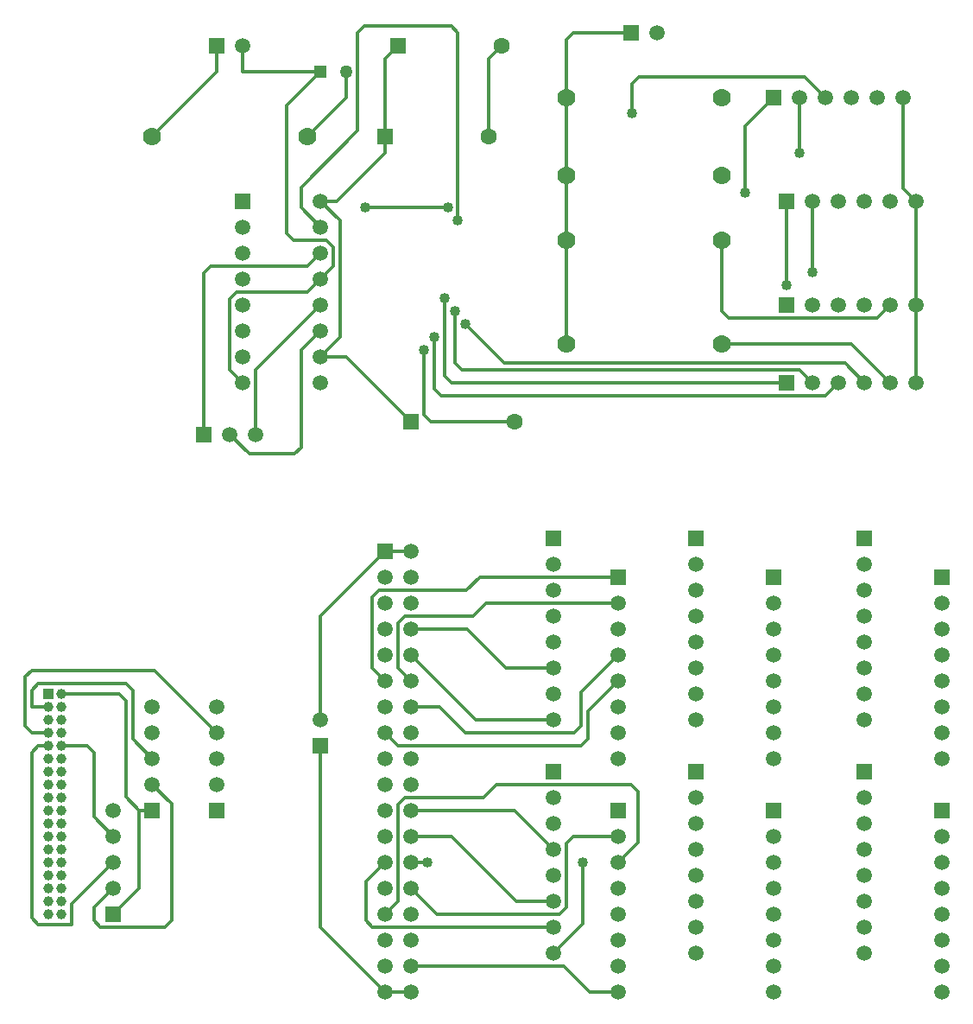
<source format=gbr>
G04 DipTrace 2.4.0.2*
%INBottom.gbr*%
%MOIN*%
%ADD13C,0.013*%
%ADD14C,0.063*%
%ADD15R,0.063X0.063*%
%ADD16R,0.0591X0.0591*%
%ADD17C,0.0591*%
%ADD18C,0.07*%
%ADD19C,0.07*%
%ADD21C,0.05*%
%ADD22R,0.05X0.05*%
%ADD23R,0.0394X0.0394*%
%ADD24C,0.0394*%
%ADD25C,0.04*%
%FSLAX44Y44*%
G04*
G70*
G90*
G75*
G01*
%LNBottom*%
%LPD*%
X6440Y17440D2*
D13*
X8670D1*
X8930Y17180D1*
Y13460D1*
X9450Y12940D1*
Y9950D1*
X8440Y8940D1*
X9450Y12940D2*
X9940D1*
X25440Y11440D2*
X23940Y12940D1*
X19940D1*
X25440Y9440D2*
X24019D1*
X21519Y11940D1*
X19940D1*
X25440Y8440D2*
X18450D1*
X18190Y8700D1*
Y10190D1*
X18940Y10940D1*
X25440Y7440D2*
X26585Y8585D1*
Y10940D1*
X20565D2*
X19940D1*
X27940Y11940D2*
X26190D1*
X25930Y11680D1*
Y9190D1*
X25670Y8930D1*
X20950D1*
X19940Y9940D1*
X27940Y10940D2*
X28690Y11690D1*
Y13670D1*
X28430Y13930D1*
X23220D1*
X22720Y13430D1*
X19690D1*
X19430Y13170D1*
Y9430D1*
X18940Y8940D1*
X27940Y5940D2*
X26825D1*
X25825Y6940D1*
X19940D1*
X12440Y42440D2*
Y41440D1*
X9940Y38940D1*
X19940Y27940D2*
X17440Y30440D1*
X16440D1*
X18940Y38940D2*
Y41940D1*
X19440Y42440D1*
X16440Y36440D2*
X17060D1*
X18940Y38320D1*
Y38940D1*
X16440Y30440D2*
X17190Y31190D1*
Y35690D1*
X16440Y36440D1*
X13440Y29440D2*
X12950Y29930D1*
Y32670D1*
X13210Y32930D1*
X15930D1*
X16440Y33440D1*
X20450Y30690D2*
Y28200D1*
X20710Y27940D1*
X23940D1*
X23440Y42440D2*
X22940Y41940D1*
Y38940D1*
X16440Y41440D2*
X13440D1*
Y42440D1*
X16440Y33440D2*
X16930Y33930D1*
Y34670D1*
X16670Y34930D1*
X15395D1*
X15135Y35190D1*
Y40135D1*
X16440Y41440D1*
X21747Y35690D2*
Y42950D1*
X21488Y43210D1*
X18145D1*
X17885Y42950D1*
Y39179D1*
X15690Y36984D1*
Y36190D1*
X16440Y35440D1*
X18170Y36190D2*
X21353D1*
X11940Y27440D2*
Y33670D1*
X12200Y33930D1*
X15930D1*
X16440Y34440D1*
Y31440D2*
X15690Y30690D1*
Y26950D1*
X15430Y26690D1*
X13690D1*
X12940Y27440D1*
X16440Y32440D2*
X13940Y29940D1*
Y27440D1*
X32825Y36760D2*
Y39325D1*
X33940Y40440D1*
X34940Y38295D2*
Y40440D1*
X35940D2*
X35135Y41245D1*
X28728D1*
X28468Y40985D1*
Y39845D1*
X34440Y33190D2*
Y36440D1*
X35440Y33690D2*
Y36440D1*
X21240Y32690D2*
Y29700D1*
X21499Y29440D1*
X34440D1*
X21634Y32190D2*
Y30190D1*
X21894Y29930D1*
X34950D1*
X35440Y29440D1*
X20845Y31190D2*
Y29210D1*
X21105Y28950D1*
X35950D1*
X36440Y29440D1*
X22029Y31690D2*
X23529Y30190D1*
X36690D1*
X37440Y29440D1*
X38940Y40440D2*
Y36940D1*
X39440Y36440D1*
Y32440D2*
Y29440D1*
Y36440D2*
Y32440D1*
X31940Y30940D2*
X36940D1*
X38440Y29440D1*
X31940Y34940D2*
Y32210D1*
X32200Y31950D1*
X37950D1*
X38440Y32440D1*
X25940Y30940D2*
Y34940D1*
Y40440D2*
Y42680D1*
X26200Y42940D1*
X28440D1*
X25940Y37440D2*
Y40440D1*
Y34940D2*
Y37440D1*
X15940Y38940D2*
X17440Y40440D1*
Y41440D1*
X9940Y14940D2*
X9190Y15690D1*
Y17572D1*
X8930Y17832D1*
X5548D1*
X5288Y17572D1*
Y16940D1*
X5940D1*
X9940Y13940D2*
X10690Y13190D1*
Y8710D1*
X10430Y8450D1*
X7950D1*
X7690Y8710D1*
Y9190D1*
X8440Y9940D1*
X12440Y15940D2*
X10029Y18351D1*
X5288D1*
X5029Y18092D1*
Y16200D1*
X5288Y15940D1*
X5940D1*
X8440Y10940D2*
X6832Y9332D1*
Y8548D1*
X5548D1*
X5288Y8808D1*
Y15180D1*
X5548Y15440D1*
X5940D1*
X6440D2*
X7430D1*
X7690Y15180D1*
Y12690D1*
X8440Y11940D1*
X19940Y22940D2*
X18940D1*
X16440Y20440D1*
Y16440D1*
X19940Y5940D2*
X18940D1*
X16440Y8440D1*
Y15440D1*
X25440Y18440D2*
X23600D1*
X22100Y19940D1*
X19940D1*
X25440Y16440D2*
X22440D1*
X19940Y18940D1*
X27940Y21940D2*
X22591D1*
X22081Y21430D1*
X18710D1*
X18450Y21170D1*
Y18430D1*
X18940Y17940D1*
X27940Y20940D2*
X22845D1*
X22336Y20430D1*
X19690D1*
X19430Y20170D1*
Y18450D1*
X19940Y17940D1*
X27940Y18940D2*
X26504Y17504D1*
Y16210D1*
X26244Y15950D1*
X22022D1*
X21032Y16940D1*
X19940D1*
X27940Y17940D2*
X26764Y16764D1*
Y15690D1*
X26504Y15430D1*
X19450D1*
X18940Y15940D1*
D25*
X20450Y30690D3*
X21747Y35690D3*
X21353Y36190D3*
X18170D3*
X32825Y36760D3*
X34940Y38295D3*
X28468Y39845D3*
X34440Y33190D3*
X35440Y33690D3*
X21240Y32690D3*
X21634Y32190D3*
X20845Y31190D3*
X22029Y31690D3*
X26585Y10940D3*
X20565D3*
D14*
X23440Y42440D3*
D15*
X19440D3*
D14*
X22940Y38940D3*
D15*
X18940D3*
D14*
X23940Y27940D3*
D15*
X19940D3*
D16*
X11940Y27440D3*
D17*
X12940D3*
X13940D3*
D16*
X12440Y42440D3*
D17*
X13440D3*
D16*
X33940Y40440D3*
D17*
X34940D3*
X35940D3*
X36940D3*
X37940D3*
X38940D3*
D16*
X34440Y36440D3*
D17*
X35440D3*
X36440D3*
X37440D3*
X38440D3*
X39440D3*
D16*
X34440Y32440D3*
D17*
X35440D3*
X36440D3*
X37440D3*
X38440D3*
X39440D3*
D16*
X34440Y29440D3*
D17*
X35440D3*
X36440D3*
X37440D3*
X38440D3*
X39440D3*
D16*
X28440Y42940D3*
D17*
X29440D3*
D18*
X31940Y40440D3*
D19*
X25940D3*
D18*
X31940Y37440D3*
D19*
X25940D3*
D18*
X31940Y34940D3*
D19*
X25940D3*
D18*
X31940Y30940D3*
D19*
X25940D3*
D16*
X13440Y36440D3*
D17*
Y35440D3*
Y34440D3*
Y33440D3*
Y32440D3*
Y31440D3*
Y30440D3*
Y29440D3*
X16440D3*
Y30440D3*
Y31440D3*
Y32440D3*
Y33440D3*
Y34440D3*
Y35440D3*
Y36440D3*
D21*
X17440Y41440D3*
D22*
X16440D3*
D18*
X15940Y38940D3*
D19*
X9940D3*
D16*
Y12940D3*
D17*
Y13940D3*
Y14940D3*
Y15940D3*
Y16940D3*
D23*
X5940Y17440D3*
D24*
X6440D3*
X5940Y16940D3*
X6440D3*
X5940Y16440D3*
X6440D3*
X5940Y15940D3*
X6440D3*
X5940Y15440D3*
X6440D3*
X5940Y14940D3*
X6440D3*
X5940Y14440D3*
X6440D3*
X5940Y13940D3*
X6440D3*
X5940Y13440D3*
X6440D3*
X5940Y12940D3*
X6440D3*
X5940Y12440D3*
X6440D3*
X5940Y11940D3*
X6440D3*
X5940Y11440D3*
X6440D3*
X5940Y10940D3*
X6440D3*
X5940Y10440D3*
X6440D3*
X5940Y9940D3*
X6440D3*
X5940Y9440D3*
X6440D3*
X5940Y8940D3*
X6440D3*
D16*
X12440Y12940D3*
D17*
Y13940D3*
Y14940D3*
Y15940D3*
Y16940D3*
D16*
X8440Y8940D3*
D17*
Y9940D3*
Y10940D3*
Y11940D3*
Y12940D3*
D16*
X18940Y22940D3*
D17*
X19940D3*
X18940Y21940D3*
X19940D3*
X18940Y20940D3*
X19940D3*
X18940Y19940D3*
X19940D3*
X18940Y18940D3*
X19940D3*
X18940Y17940D3*
X19940D3*
X18940Y16940D3*
X19940D3*
X18940Y15940D3*
X19940D3*
X18940Y14940D3*
X19940D3*
X18940Y13940D3*
X19940D3*
X18940Y12940D3*
X19940D3*
X18940Y11940D3*
X19940D3*
X18940Y10940D3*
X19940D3*
X18940Y9940D3*
X19940D3*
X18940Y8940D3*
X19940D3*
X18940Y7940D3*
X19940D3*
X18940Y6940D3*
X19940D3*
X18940Y5940D3*
X19940D3*
D16*
X25440Y23440D3*
D17*
Y22440D3*
Y21440D3*
Y20440D3*
Y19440D3*
Y18440D3*
Y17440D3*
Y16440D3*
D16*
X30940Y23440D3*
D17*
Y22440D3*
Y21440D3*
Y20440D3*
Y19440D3*
Y18440D3*
Y17440D3*
Y16440D3*
D16*
X27940Y21940D3*
D17*
Y20940D3*
Y19940D3*
Y18940D3*
Y17940D3*
Y16940D3*
Y15940D3*
Y14940D3*
D16*
X33940Y21940D3*
D17*
Y20940D3*
Y19940D3*
Y18940D3*
Y17940D3*
Y16940D3*
Y15940D3*
Y14940D3*
D16*
X37440Y23440D3*
D17*
Y22440D3*
Y21440D3*
Y20440D3*
Y19440D3*
Y18440D3*
Y17440D3*
Y16440D3*
D16*
X40440Y21940D3*
D17*
Y20940D3*
Y19940D3*
Y18940D3*
Y17940D3*
Y16940D3*
Y15940D3*
Y14940D3*
D16*
X25440Y14440D3*
D17*
Y13440D3*
Y12440D3*
Y11440D3*
Y10440D3*
Y9440D3*
Y8440D3*
Y7440D3*
D16*
X30940Y14440D3*
D17*
Y13440D3*
Y12440D3*
Y11440D3*
Y10440D3*
Y9440D3*
Y8440D3*
Y7440D3*
D16*
X27940Y12940D3*
D17*
Y11940D3*
Y10940D3*
Y9940D3*
Y8940D3*
Y7940D3*
Y6940D3*
Y5940D3*
D16*
X33940Y12940D3*
D17*
Y11940D3*
Y10940D3*
Y9940D3*
Y8940D3*
Y7940D3*
Y6940D3*
Y5940D3*
D16*
X37440Y14440D3*
D17*
Y13440D3*
Y12440D3*
Y11440D3*
Y10440D3*
Y9440D3*
Y8440D3*
Y7440D3*
D16*
X40440Y12940D3*
D17*
Y11940D3*
Y10940D3*
Y9940D3*
Y8940D3*
Y7940D3*
Y6940D3*
Y5940D3*
D16*
X16440Y15440D3*
D17*
Y16440D3*
M02*

</source>
